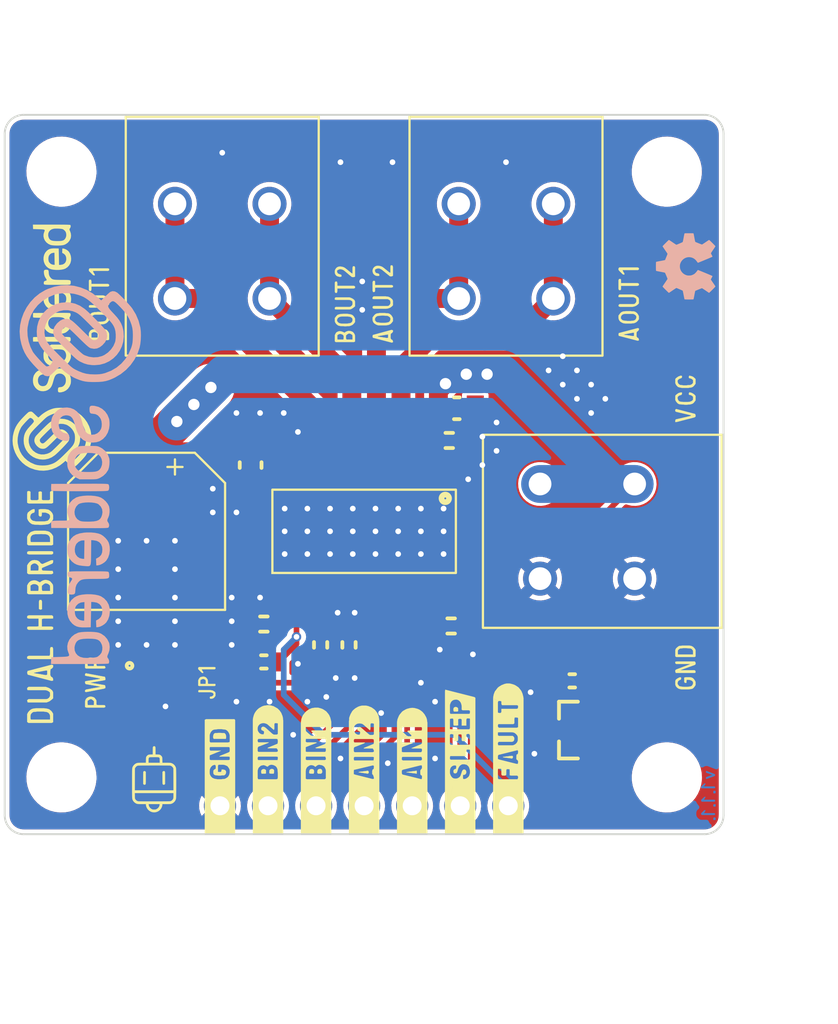
<source format=kicad_pcb>
(kicad_pcb (version 20210623) (generator pcbnew)
  (layers (0 "F.Cu" signal) (31 "B.Cu" signal) (34 "B.Paste" user) (35 "F.Paste" user) (36 "B.SilkS" user "B.Silkscreen") (37 "F.SilkS" user "F.Silkscreen") (38 "B.Mask" user) (39 "F.Mask" user) (44 "Edge.Cuts" user))
  (net 0 "")
  (net 1 "VIN")
  (net 2 "GND")
  (net 3 "5V")
  (net 4 "Net-(C6-Pad2)")
  (net 5 "Net-(C6-Pad1)")
  (net 6 "Net-(D1-Pad1)")
  (net 7 "Net-(C4-Pad2)")
  (net 8 "AOUT1")
  (net 9 "AOUT2")
  (net 10 "BOUT2")
  (net 11 "BOUT1")
  (net 12 "~{SLEEP}")
  (net 13 "AIN1")
  (net 14 "AIN2")
  (net 15 "BIN1")
  (net 16 "BIN2")
  (net 17 "~{FAULT}")
  (net 18 "Net-(R3-Pad1)")
  (net 19 "Net-(JP1-Pad2)")
  (footprint "buzzardLabel" (layer "F.Cu") (at 124.08 130.4 90)
    (fp_text reference "" (at 0 0 90) (layer "F.SilkS") (effects (font (size 1.27 1.27))))
    (fp_text value "" (at 0 0 90) (layer "F.SilkS") (effects (font (size 1.27 1.27))))
  )
  (footprint "buzzardLabel" (layer "F.Cu") (at 119 130.4 90)
    (fp_text reference "" (at 0 0 90) (layer "F.SilkS") (effects (font (size 1.27 1.27))))
    (fp_text value "" (at 0 0 90) (layer "F.SilkS") (effects (font (size 1.27 1.27))))
  )
  (footprint "buzzardLabel" (layer "F.Cu") (at 118 102 90)
    (fp_text reference "" (at 0 0 90) (layer "F.SilkS") (effects (font (size 1.27 1.27))))
    (fp_text value "" (at 0 0 90) (layer "F.SilkS") (effects (font (size 1.27 1.27))))
  )
  (footprint "e-radionica.com footprinti:HOLE_3.2mm" (layer "F.Cu") (at 103 127)
    (fp_text reference "H2" hide)
    (fp_text value "HOLE_3.2mm" hide)
    (pad "" np_thru_hole circle locked (at 0 0) (size 3.2 3.2) (drill 3.2) (layers F&B.Cu *.Mask))
  )
  (footprint "e-radionica.com footprinti:0402LED" (layer "F.Cu") (at 106 122 90)
    (fp_text reference "D1")
    (fp_text value "purple")
    (pad "1" smd rect locked (at -0.55 0 180) (size 0.75 0.45) (layers "F.Cu" "F.Paste" "F.Mask") (net 6 "Net-(D1-Pad1)"))
    (pad "2" smd rect locked (at 0.55 0 180) (size 0.75 0.45) (layers "F.Cu" "F.Paste" "F.Mask") (net 2 "GND"))
  )
  (footprint "e-radionica.com footprinti:0402R" (layer "F.Cu") (at 107.5 122 -90)
    (fp_text reference "R1")
    (fp_text value "2k2")
    (pad "1" smd rect locked (at -0.5 0) (size 0.64 0.54) (layers "F.Cu" "F.Paste" "F.Mask") (net 19 "Net-(JP1-Pad2)"))
    (pad "2" smd rect locked (at 0.5 0) (size 0.64 0.54) (layers "F.Cu" "F.Paste" "F.Mask") (net 6 "Net-(D1-Pad1)"))
  )
  (footprint "e-radionica.com footprinti:FIDUCIAL_23" (layer "F.Cu") (at 135.8 114)
    (fp_text reference "FD1")
    (fp_text value "FIDUCIAL")
    (fp_circle (center 0 0) (end 1 0) (layer "F.Cu") (width 0.2) (fill none))
    (pad "1" smd circle locked (at 0 0) (size 1 1) (layers "F.Cu" "F.Paste" "F.Mask") (clearance 1.1))
  )
  (footprint "e-radionica.com footprinti:HTSSOP-28" (layer "F.Cu") (at 119 114 -90)
    (fp_text reference "U1")
    (fp_text value "DRV8424PPWPR")
    (pad "1" smd rect (at -2.9 -4.225 270) (size 1.5 0.45) (layers "F.Cu" "F.Paste" "F.Mask") (net 7 "Net-(C4-Pad2)"))
    (pad "2" smd rect (at -2.9 -3.575 270) (size 1.5 0.45) (layers "F.Cu" "F.Paste" "F.Mask") (net 1 "VIN"))
    (pad "3" smd rect (at -2.9 -2.925 270) (size 1.5 0.45) (layers "F.Cu" "F.Paste" "F.Mask") (net 2 "GND"))
    (pad "4" smd rect (at -2.9 -2.275 270) (size 1.5 0.45) (layers "F.Cu" "F.Paste" "F.Mask") (net 8 "AOUT1"))
    (pad "5" smd rect (at -2.9 -1.625 270) (size 1.5 0.45) (layers "F.Cu" "F.Paste" "F.Mask") (net 8 "AOUT1"))
    (pad "6" smd rect (at -2.9 -0.975 270) (size 1.5 0.45) (layers "F.Cu" "F.Paste" "F.Mask") (net 9 "AOUT2"))
    (pad "7" smd rect (at -2.9 -0.325 270) (size 1.5 0.45) (layers "F.Cu" "F.Paste" "F.Mask") (net 9 "AOUT2"))
    (pad "8" smd rect (at -2.9 0.325 270) (size 1.5 0.45) (layers "F.Cu" "F.Paste" "F.Mask") (net 10 "BOUT2"))
    (pad "9" smd rect (at -2.9 0.975 270) (size 1.5 0.45) (layers "F.Cu" "F.Paste" "F.Mask") (net 10 "BOUT2"))
    (pad "10" smd rect (at -2.9 1.625 270) (size 1.5 0.45) (layers "F.Cu" "F.Paste" "F.Mask") (net 11 "BOUT1"))
    (pad "11" smd rect (at -2.9 2.275 270) (size 1.5 0.45) (layers "F.Cu" "F.Paste" "F.Mask") (net 11 "BOUT1"))
    (pad "12" smd rect (at -2.9 2.925 270) (size 1.5 0.45) (layers "F.Cu" "F.Paste" "F.Mask") (net 2 "GND"))
    (pad "13" smd rect (at -2.9 3.575 270) (size 1.5 0.45) (layers "F.Cu" "F.Paste" "F.Mask") (net 1 "VIN"))
    (pad "14" smd rect (at -2.9 4.225 270) (size 1.5 0.45) (layers "F.Cu" "F.Paste" "F.Mask") (net 2 "GND"))
    (pad "15" smd rect (at 2.9 4.225 270) (size 1.5 0.45) (layers "F.Cu" "F.Paste" "F.Mask") (net 3 "5V"))
    (pad "16" smd rect (at 2.9 3.575 270) (size 1.5 0.45) (layers "F.Cu" "F.Paste" "F.Mask") (net 17 "~{FAULT}"))
    (pad "17" smd rect (at 2.9 2.925 270) (size 1.5 0.45) (layers "F.Cu" "F.Paste" "F.Mask") (net 18 "Net-(R3-Pad1)"))
    (pad "18" smd rect (at 2.9 2.275 270) (size 1.5 0.45) (layers "F.Cu" "F.Paste" "F.Mask") (net 18 "Net-(R3-Pad1)"))
    (pad "19" smd rect (at 2.9 1.625 270) (size 1.5 0.45) (layers "F.Cu" "F.Paste" "F.Mask") (net 2 "GND"))
    (pad "20" smd rect (at 2.9 0.975 270) (size 1.5 0.45) (layers "F.Cu" "F.Paste" "F.Mask") (net 2 "GND"))
    (pad "21" smd rect (at 2.9 0.325 270) (size 1.5 0.45) (layers "F.Cu" "F.Paste" "F.Mask") (net 2 "GND"))
    (pad "22" smd rect (at 2.9 -0.325 270) (size 1.5 0.45) (layers "F.Cu" "F.Paste" "F.Mask") (net 16 "BIN2"))
    (pad "23" smd rect (at 2.9 -0.975 270) (size 1.5 0.45) (layers "F.Cu" "F.Paste" "F.Mask") (net 15 "BIN1"))
    (pad "24" smd rect (at 2.9 -1.625 270) (size 1.5 0.45) (layers "F.Cu" "F.Paste" "F.Mask") (net 14 "AIN2"))
    (pad "25" smd rect (at 2.9 -2.275 270) (size 1.5 0.45) (layers "F.Cu" "F.Paste" "F.Mask") (net 13 "AIN1"))
    (pad "26" smd rect (at 2.9 -2.925 270) (size 1.5 0.45) (layers "F.Cu" "F.Paste" "F.Mask") (net 12 "~{SLEEP}"))
    (pad "27" smd rect (at 2.9 -3.575 270) (size 1.5 0.45) (layers "F.Cu" "F.Paste" "F.Mask") (net 5 "Net-(C6-Pad1)"))
    (pad "28" smd rect (at 2.9 -4.225 270) (size 1.5 0.45) (layers "F.Cu" "F.Paste" "F.Mask") (net 4 "Net-(C6-Pad2)"))
    (pad "29" thru_hole circle (at -1.2 0.6 270) (size 0.5 0.5) (drill 0.3) (layers *.Cu) (net 2 "GND"))
    (pad "29" thru_hole circle (at 1.2 -3 270) (size 0.5 0.5) (drill 0.3) (layers *.Cu) (net 2 "GND"))
    (pad "29" thru_hole circle (at 1.2 0.6 270) (size 0.5 0.5) (drill 0.3) (layers *.Cu) (net 2 "GND"))
    (pad "29" thru_hole circle (at 0 -3 270) (size 0.5 0.5) (drill 0.3) (layers *.Cu) (net 2 "GND"))
    (pad "29" thru_hole circle (at -1.2 1.8 270) (size 0.5 0.5) (drill 0.3) (layers *.Cu) (net 2 "GND"))
    (pad "29" thru_hole circle (at -1.2 3 270) (size 0.5 0.5) (drill 0.3) (layers *.Cu) (net 2 "GND"))
    (pad "29" thru_hole circle (at 0 -0.6 270) (size 0.5 0.5) (drill 0.3) (layers *.Cu) (net 2 "GND"))
    (pad "29" thru_hole circle (at 1.2 4.2 270) (size 0.5 0.5) (drill 0.3) (layers *.Cu) (net 2 "GND"))
    (pad "29" thru_hole circle (at 1.2 -4.2 270) (size 0.5 0.5) (drill 0.3) (layers *.Cu) (net 2 "GND"))
    (pad "29" thru_hole circle (at -1.2 4.2 270) (size 0.5 0.5) (drill 0.3) (layers *.Cu) (net 2 "GND"))
    (pad "29" thru_hole circle (at -1.2 -1.8 270) (size 0.5 0.5) (drill 0.3) (layers *.Cu) (net 2 "GND"))
    (pad "29" thru_hole circle (at 0 4.2 270) (size 0.5 0.5) (drill 0.3) (layers *.Cu) (net 2 "GND"))
    (pad "29" thru_hole circle (at 0 3 270) (size 0.5 0.5) (drill 0.3) (layers *.Cu) (net 2 "GND"))
    (pad "29" smd rect (at 0 0 270) (size 3.1 4.05) (layers "F.Cu" "F.Paste" "F.Mask") (net 2 "GND"))
    (pad "29" thru_hole circle (at 1.2 1.8 270) (size 0.5 0.5) (drill 0.3) (layers *.Cu) (net 2 "GND"))
    (pad "29" thru_hole circle (at 0 0.6 270) (size 0.5 0.5) (drill 0.3) (layers *.Cu) (net 2 "GND"))
    (pad "29" thru_hole circle (at 0 -1.8 270) (size 0.5 0.5) (drill 0.3) (layers *.Cu) (net 2 "GND"))
    (pad "29" thru_hole circle (at 0 1.8 270) (size 0.5 0.5) (drill 0.3) (layers *.Cu) (net 2 "GND"))
    (pad "29" thru_hole circle (at -1.2 -0.6 270) (size 0.5 0.5) (drill 0.3) (layers *.Cu) (net 2 "GND"))
    (pad "29" thru_hole circle (at -1.2 -3 270) (size 0.5 0.5) (drill 0.3) (layers *.Cu) (net 2 "GND"))
    (pad "29" thru_hole circle (at 0 -4.2 270) (size 0.5 0.5) (drill 0.3) (layers *.Cu) (net 2 "GND"))
    (pad "29" thru_hole circle (at 1.2 3 270) (size 0.5 0.5) (drill 0.3) (layers *.Cu) (net 2 "GND"))
    (pad "29" thru_hole circle (at 1.2 -0.6 270) (size 0.5 0.5) (drill 0.3) (layers *.Cu) (net 2 "GND"))
    (pad "29" thru_hole circle (at -1.2 -4.2 270) (size 0.5 0.5) (drill 0.3) (layers *.Cu) (net 2 "GND"))
    (pad "29" thru_hole circle (at 1.2 -1.8 270) (size 0.5 0.5) (drill 0.3) (layers *.Cu) (net 2 "GND"))
  )
  (footprint "e-radionica.com footprinti:HOLE_3.2mm" (layer "F.Cu") (at 135 127)
    (fp_text reference "H3" hide)
    (fp_text value "HOLE_3.2mm" hide)
    (pad "" np_thru_hole circle locked (at 0 0) (size 3.2 3.2) (drill 3.2) (layers F&B.Cu *.Mask))
  )
  (footprint "e-radionica.com footprinti:0603C" (layer "F.Cu") (at 123.6 119)
    (fp_text reference "C6")
    (fp_text value "C1608X7R2A223K080AA")
    (pad "1" smd rect locked (at -0.73 0) (size 0.66 1) (layers "F.Cu" "F.Paste" "F.Mask") (net 5 "Net-(C6-Pad1)"))
    (pad "2" smd rect locked (at 0.73 0) (size 0.66 1) (layers "F.Cu" "F.Paste" "F.Mask") (net 4 "Net-(C6-Pad2)"))
  )
  (footprint "Soldered Graphics:Logo-Back-OSH-3.5mm" (layer "F.Cu") (at 136 100 90)
    (fp_text reference "G***" hide)
    (fp_text value "LOGO" hide)
  )
  (footprint "e-radionica.com footprinti:0603R" (layer "F.Cu") (at 118.2 120 90)
    (fp_text reference "R4")
    (fp_text value "10k")
    (pad "1" smd rect locked (at -0.775 0 180) (size 1 0.64) (layers "F.Cu" "F.Paste" "F.Mask") (net 2 "GND"))
    (pad "2" smd rect locked (at 0.775 0 180) (size 1 0.64) (layers "F.Cu" "F.Paste" "F.Mask") (net 18 "Net-(R3-Pad1)"))
  )
  (footprint "buzzardLabel" (layer "F.Cu") (at 104.8 122 90)
    (fp_text reference "" (at 0 0 90) (layer "F.SilkS") (effects (font (size 1.27 1.27))))
    (fp_text value "" (at 0 0 90) (layer "F.SilkS") (effects (font (size 1.27 1.27))))
  )
  (footprint "Soldered Graphics:Symbol-Front-Motor" (layer "F.Cu") (at 107.9 127.1 180)
    (fp_text reference "G***" hide)
    (fp_text value "LOGO" hide)
  )
  (footprint "buzzardLabel" (layer "F.Cu") (at 121.54 130.4 90)
    (fp_text reference "" (at 0 0 90) (layer "F.SilkS") (effects (font (size 1.27 1.27))))
    (fp_text value "" (at 0 0 90) (layer "F.SilkS") (effects (font (size 1.27 1.27))))
  )
  (footprint "buzzardLabel" (layer "F.Cu") (at 101.9 118 90)
    (fp_text reference "" (at 0 0 90) (layer "F.SilkS") (effects (font (size 1.27 1.27))))
    (fp_text value "" (at 0 0 90) (layer "F.SilkS") (effects (font (size 1.27 1.27))))
  )
  (footprint "e-radionica.com footprinti:0603R" (layer "F.Cu") (at 116.7 120 -90)
    (fp_text reference "R3")
    (fp_text value "5k1")
    (pad "1" smd rect locked (at -0.775 0) (size 1 0.64) (layers "F.Cu" "F.Paste" "F.Mask") (net 18 "Net-(R3-Pad1)"))
    (pad "2" smd rect locked (at 0.775 0) (size 1 0.64) (layers "F.Cu" "F.Paste" "F.Mask") (net 3 "5V"))
  )
  (footprint "buzzardLabel" (layer "F.Cu") (at 136 107 90)
    (fp_text reference "" (at 0 0 90) (layer "F.SilkS") (effects (font (size 1.27 1.27))))
    (fp_text value "" (at 0 0 90) (layer "F.SilkS") (effects (font (size 1.27 1.27))))
  )
  (footprint "buzzardLabel" (layer "F.Cu") (at 110.7 122 90)
    (fp_text reference "" (at 0 0 90) (layer "F.SilkS") (effects (font (size 1.27 1.27))))
    (fp_text value "" (at 0 0 90) (layer "F.SilkS") (effects (font (size 1.27 1.27))))
  )
  (footprint "e-radionica.com footprinti:HOLE_3.2mm" (layer "F.Cu") (at 103 95)
    (fp_text reference "H1" hide)
    (fp_text value "HOLE_3.2mm" hide)
    (pad "" np_thru_hole circle locked (at 0 0) (size 3.2 3.2) (drill 3.2) (layers F&B.Cu *.Mask))
  )
  (footprint "e-radionica.com footprinti:SMD-JUMPER-CONNECTED_TRACE_SLODERMASK" (layer "F.Cu") (at 109.5 122 90)
    (fp_text reference "JP1")
    (fp_text value "SMD-JUMPER-CONNECTED_TRACE_SLODERMASK")
    (fp_poly (pts (xy 0.1 0.1) (xy -0.1 0.1) (xy -0.1 -0.1) (xy 0.1 -0.1)) (layer "F.Cu") (width 0.1) (fill solid))
    (pad "1" smd rect locked (at -0.35 0 90) (size 0.5 1) (layers "F.Cu" "F.Mask") (net 1 "VIN"))
    (pad "2" smd rect locked (at 0.35 0 90) (size 0.5 1) (layers "F.Cu" "F.Mask") (net 19 "Net-(JP1-Pad2)"))
  )
  (footprint "buzzardLabel" (layer "F.Cu") (at 133 102 90)
    (fp_text reference "" (at 0 0 90) (layer "F.SilkS") (effects (font (size 1.27 1.27))))
    (fp_text value "" (at 0 0 90) (layer "F.SilkS") (effects (font (size 1.27 1.27))))
  )
  (footprint "Soldered Graphics:Logo-Front-SolderedFULL-13mm" (layer "F.Cu") (at 102.5 104.3 90)
    (fp_text reference "REF**" hide)
    (fp_text value "Logo-Front-SolderedFULL-13mm" hide)
  )
  (footprint "e-radionica.com footprinti:ELECTROLITIC_CAP_8x8x14.5" (layer "F.Cu") (at 107.5 114 -90)
    (fp_text reference "C2")
    (fp_text value "VKMD1451K101MV")
    (pad "1" smd rect (at -3.3 0) (size 1.2 3.4) (layers "F.Cu" "F.Paste" "F.Mask") (net 1 "VIN"))
    (pad "2" smd rect (at 3.3 0) (size 1.2 3.4) (layers "F.Cu" "F.Paste" "F.Mask") (net 2 "GND"))
  )
  (footprint "buzzardLabel" (layer "F.Cu") (at 136 121.2 90)
    (fp_text reference "" (at 0 0 90) (layer "F.SilkS") (effects (font (size 1.27 1.27))))
    (fp_text value "" (at 0 0 90) (layer "F.SilkS") (effects (font (size 1.27 1.27))))
  )
  (footprint "buzzardLabel" (layer "F.Cu") (at 113.92 130.4 90)
    (fp_text reference "" (at 0 0 90) (layer "F.SilkS") (effects (font (size 1.27 1.27))))
    (fp_text value "" (at 0 0 90) (layer "F.SilkS") (effects (font (size 1.27 1.27))))
  )
  (footprint "e-radionica.com footprinti:0805C" (layer "F.Cu") (at 123.9 107.5 180)
    (fp_text reference "C3")
    (fp_text value "08051C103KAT2A")
    (pad "1" smd rect locked (at -0.975 0 270) (size 1.35 0.9) (layers "F.Cu" "F.Paste" "F.Mask") (net 2 "GND"))
    (pad "2" smd rect locked (at 0.975 0 270) (size 1.35 0.9) (layers "F.Cu" "F.Paste" "F.Mask") (net 1 "VIN"))
  )
  (footprint "e-radionica.com footprinti:HEADER_MALE_7X1" (layer "F.Cu") (at 119 128.5)
    (fp_text reference "K4")
    (fp_text value "HEADER_MALE_7X1")
    (pad "1" thru_hole circle locked (at -7.62 0) (size 1.7 1.7) (drill 1) (layers *.Cu *.Mask) (net 2 "GND"))
    (pad "2" thru_hole circle locked (at -5.08 0) (size 1.7 1.7) (drill 1) (layers *.Cu *.Mask) (net 16 "BIN2"))
    (pad "3" thru_hole circle locked (at -2.54 0) (size 1.7 1.7) (drill 1) (layers *.Cu *.Mask) (net 15 "BIN1"))
    (pad "4" thru_hole circle locked (at 0 0) (size 1.7 1.7) (drill 1) (layers *.Cu *.Mask) (net 14 "AIN2"))
    (pad "5" thru_hole circle locked (at 2.54 0) (size 1.7 1.7) (drill 1) (layers *.Cu *.Mask) (net 13 "AIN1"))
    (pad "6" thru_hole circle locked (at 5.08 0) (size 1.7 1.7) (drill 1) (layers *.Cu *.Mask) (net 12 "~{SLEEP}"))
    (pad "7" thru_hole circle locked (at 7.62 0) (size 1.7 1.7) (drill 1) (layers *.Cu *.Mask) (net 17 "~{FAULT}"))
  )
  (footprint "buzzardLabel" (layer "F.Cu") (at 111.38 130.4 90)
    (fp_text reference "" (at 0 0 90) (layer "F.SilkS") (effects (font (size 1.27 1.27))))
    (fp_text value "" (at 0 0 90) (layer "F.SilkS") (effects (font (size 1.27 1.27))))
  )
  (footprint "e-radionica.com footprinti:0603R" (layer "F.Cu") (at 130 121.9)
    (fp_text reference "R5")
    (fp_text value "47k")
    (pad "1" smd rect locked (at -0.775 0 90) (size 1 0.64) (layers "F.Cu" "F.Paste" "F.Mask") (net 12 "~{SLEEP}"))
    (pad "2" smd rect locked (at 0.775 0 90) (size 1 0.64) (layers "F.Cu" "F.Paste" "F.Mask") (net 1 "VIN"))
  )
  (footprint "e-radionica.com footprinti:0603C" (layer "F.Cu") (at 113.7 118.9)
    (fp_text reference "C5")
    (fp_text value "100nF")
    (pad "1" smd rect locked (at -0.73 0) (size 0.66 1) (layers "F.Cu" "F.Paste" "F.Mask") (net 2 "GND"))
    (pad "2" smd rect locked (at 0.73 0) (size 0.66 1) (layers "F.Cu" "F.Paste" "F.Mask") (net 3 "5V"))
  )
  (footprint "buzzardLabel" (layer "F.Cu") (at 126.62 130.4 90)
    (fp_text reference "" (at 0 0 90) (layer "F.SilkS") (effects (font (size 1.27 1.27))))
    (fp_text value "" (at 0 0 90) (layer "F.SilkS") (effects (font (size 1.27 1.27))))
  )
  (footprint "e-radionica.com footprinti:HOLE_3.2mm" (layer "F.Cu") (at 135 95)
    (fp_text reference "H4" hide)
    (fp_text value "HOLE_3.2mm" hide)
    (pad "" np_thru_hole circle locked (at 0 0) (size 3.2 3.2) (drill 3.2) (layers F&B.Cu *.Mask))
  )
  (footprint "e-radionica.com footprinti:SOT-23-3" (layer "F.Cu") (at 130 124.5 180)
    (fp_text reference "D2")
    (fp_text value "MMBZ5226BLT1G")
    (pad "1" smd rect locked (at -1.2 -0.95 270) (size 0.6 1) (layers "F.Cu" "F.Paste" "F.Mask") (net 2 "GND"))
    (pad "2" smd rect locked (at -1.2 0.95 270) (size 0.6 1) (layers "F.Cu" "F.Paste" "F.Mask"))
    (pad "3" smd rect locked (at 1.2 0 270) (size 0.6 1) (layers "F.Cu" "F.Paste" "F.Mask") (net 12 "~{SLEEP}"))
  )
  (footprint "Soldered Graphics:Logo-Back-SolderedFULL-20mm" (layer "F.Cu") (at 104 111 90)
    (fp_text reference "REF**" hide)
    (fp_text value "Logo-Front-SolderedFULL-20mm" hide)
  )
  (footprint "e-radionica.com footprinti:0603R" (layer "F.Cu") (at 113.7 120.9 180)
    (fp_text reference "R2")
    (fp_text value "10k")
    (pad "1" smd rect locked (at -0.775 0 270) (size 1 0.64) (layers "F.Cu" "F.Paste" "F.Mask") (net 17 "~{FAULT}"))
    (pad "2" smd rect locked (at 0.775 0 270) (size 1 0.64) (layers "F.Cu" "F.Paste" "F.Mask") (net 3 "5V"))
  )
  (footprint "buzzardLabel" (layer "F.Cu") (at 120 102 90)
    (fp_text reference "" (at 0 0 90) (layer "F.SilkS") (effects (font (size 1.27 1.27))))
    (fp_text value "" (at 0 0 90) (layer "F.SilkS") (effects (font (size 1.27 1.27))))
  )
  (footprint "e-radionica.com footprinti:TERMINAL_KF235-5.0-2P" (layer "F.Cu") (at 126.5 99.2 180)
    (fp_text reference "K2")
    (fp_text value "TERMINAL_KF235-5.0-2P")
    (pad "1" thru_hole circle locked (at 2.5 2.5 180) (size 1.8 1.8) (drill 1.2) (layers *.Cu *.Mask) (net 9 "AOUT2"))
    (pad "1" thru_hole circle locked (at 2.5 -2.5 180) (size 1.8 1.8) (drill 1.2) (layers *.Cu *.Mask) (net 9 "AOUT2"))
    (pad "2" thru_hole circle locked (at -2.5 -2.5 180) (size 1.8 1.8) (drill 1.2) (layers *.Cu *.Mask) (net 8 "AOUT1"))
    (pad "2" thru_hole circle locked (at -2.5 2.5 180) (size 1.8 1.8) (drill 1.2) (layers *.Cu *.Mask) (net 8 "AOUT1"))
  )
  (footprint "e-radionica.com footprinti:TERMINAL_KF235-5.0-2P" (layer "F.Cu") (at 111.5 99.2 180)
    (fp_text reference "K3")
    (fp_text value "TERMINAL_KF235-5.0-2P")
    (pad "1" thru_hole circle (at 2.5 -2.5 180) (size 1.8 1.8) (drill 1.2) (layers *.Cu *.Mask) (net 11 "BOUT1"))
    (pad "1" thru_hole circle (at 2.5 2.5 180) (size 1.8 1.8) (drill 1.2) (layers *.Cu *.Mask) (net 11 "BOUT1"))
    (pad "2" thru_hole circle (at -2.5 2.5 180) (size 1.8 1.8) (drill 1.2) (layers *.Cu *.Mask) (net 10 "BOUT2"))
    (pad "2" thru_hole circle (at -2.5 -2.5 180) (size 1.8 1.8) (drill 1.2) (layers *.Cu *.Mask) (net 10 "BOUT2"))
  )
  (footprint "e-radionica.com footprinti:0805C" (layer "F.Cu") (at 113 110.5 90)
    (fp_text reference "C1")
    (fp_text value "08051C103KAT2A")
    (pad "1" smd rect locked (at -0.975 0 180) (size 1.35 0.9) (layers "F.Cu" "F.Paste" "F.Mask") (net 2 "GND"))
    (pad "2" smd rect locked (at 0.975 0 180) (size 1.35 0.9) (layers "F.Cu" "F.Paste" "F.Mask") (net 1 "VIN"))
  )
  (footprint "e-radionica.com footprinti:TERMINAL_KF235-5.0-2P" (layer "F.Cu") (at 130.8 114 90)
    (fp_text reference "K1")
    (fp_text value "TERMINAL_KF235-5.0-2P")
    (pad "1" thru_hole circle locked (at 2.5 2.5 90) (size 1.8 1.8) (drill 1.2) (layers *.Cu *.Mask) (net 1 "VIN"))
    (pad "1" thru_hole circle locked (at 2.5 -2.5 90) (size 1.8 1.8) (drill 1.2) (layers *.Cu *.Mask) (net 1 "VIN"))
    (pad "2" thru_hole circle locked (at -2.5 -2.5 90) (size 1.8 1.8) (drill 1.2) (layers *.Cu *.Mask) (net 2 "GND"))
    (pad "2" thru_hole circle locked (at -2.5 2.5 90) (size 1.8 1.8) (drill 1.2) (layers *.Cu *.Mask) (net 2 "GND"))
  )
  (footprint "buzzardLabel" (layer "F.Cu") (at 105 102 90)
    (fp_text reference "" (at 0 0 90) (layer "F.SilkS") (effects (font (size 1.27 1.27))))
    (fp_text value "" (at 0 0 90) (layer "F.SilkS") (effects (font (size 1.27 1.27))))
  )
  (footprint "e-radionica.com footprinti:0603C" (layer "F.Cu") (at 123.5 109.2)
    (fp_text reference "C4")
    (fp_text value "AC0603KRX7R9BB224")
    (pad "1" smd rect locked (at -0.73 0) (size 0.66 1) (layers "F.Cu" "F.Paste" "F.Mask") (net 1 "VIN"))
    (pad "2" smd rect locked (at 0.73 0) (size 0.66 1) (layers "F.Cu" "F.Paste" "F.Mask") (net 7 "Net-(C4-Pad2)"))
  )
  (footprint "buzzardLabel" (layer "F.Cu") (at 116.46 130.4 90)
    (fp_text reference "" (at 0 0 90) (layer "F.SilkS") (effects (font (size 1.27 1.27))))
    (fp_text value "" (at 0 0 90) (layer "F.SilkS") (effects (font (size 1.27 1.27))))
  )
  (footprint "Soldered Graphics:Version1.1.1." (layer "B.Cu") (at 137.2 128 -90)
    (fp_text reference "REF**" hide)
    (fp_text value "Version1.1.1." hide)
    (fp_poly (pts (xy 0.91 -0.35) (xy 0.96 -0.35) (xy 0.98 -0.31) (xy 0.98 0.35) (xy 0.95 0.38) (xy 0.89 0.38) (xy 0.86 0.34) (xy 0.74 0.22) (xy 0.73 0.17) (xy 0.76 0.16) (xy 0.85 0.22) (xy 0.89 0.23) (xy 0.89 -0.31) (xy 0.91 -0.35)) (layer "B.Cu") (width 0.01) (fill solid))
    (fp_poly (pts (xy -1.15 -0.35) (xy -1.1 -0.35) (xy -1.07 -0.31) (xy -0.92 0.1) (xy -0.94 0.13) (xy -0.99 0.13) (xy -1.02 0.1) (xy -1.11 -0.16) (xy -1.13 -0.21) (xy -1.15 -0.17) (xy -1.24 0.09) (xy -1.26 0.13) (xy -1.32 0.13) (xy -1.34 0.1) (xy -1.18 -0.31) (xy -1.15 -0.35)) (layer "B.Cu") (width 0.01) (fill solid))
    (fp_poly (pts (xy 0.21 -0.35) (xy 0.26 -0.35) (xy 0.28 -0.31) (xy 0.28 0.35) (xy 0.24 0.38) (xy 0.19 0.38) (xy 0.15 0.34) (xy 0.04 0.22) (xy 0.02 0.17) (xy 0.05 0.16) (xy 0.14 0.22) (xy 0.18 0.23) (xy 0.18 -0.31) (xy 0.21 -0.35)) (layer "B.Cu") (width 0.01) (fill solid))
    (fp_poly (pts (xy -0.27 -0.38) (xy -0.22 -0.38) (xy -0.17 -0.37) (xy -0.16 -0.33) (xy -0.16 -0.27) (xy -0.21 -0.26) (xy -0.26 -0.26) (xy -0.29 -0.29) (xy -0.29 -0.34) (xy -0.27 -0.38)) (layer "B.Cu") (width 0.01) (fill solid))
    (fp_poly (pts (xy 0.43 -0.38) (xy 0.48 -0.38) (xy 0.54 -0.37) (xy 0.54 -0.33) (xy 0.54 -0.27) (xy 0.5 -0.26) (xy 0.45 -0.26) (xy 0.42 -0.29) (xy 0.42 -0.34) (xy 0.43 -0.38)) (layer "B.Cu") (width 0.01) (fill solid))
    (fp_poly (pts (xy -0.5 -0.35) (xy -0.44 -0.35) (xy -0.43 -0.31) (xy -0.43 0.35) (xy -0.46 0.38) (xy -0.52 0.38) (xy -0.55 0.34) (xy -0.67 0.22) (xy -0.68 0.17) (xy -0.65 0.16) (xy -0.56 0.22) (xy -0.52 0.23) (xy -0.52 -0.31) (xy -0.5 -0.35)) (layer "B.Cu") (width 0.01) (fill solid))
    (fp_poly (pts (xy 1.14 -0.38) (xy 1.19 -0.38) (xy 1.24 -0.37) (xy 1.25 -0.33) (xy 1.25 -0.27) (xy 1.2 -0.26) (xy 1.15 -0.26) (xy 1.12 -0.29) (xy 1.12 -0.34) (xy 1.14 -0.38)) (layer "B.Cu") (width 0.01) (fill solid))
  )
  (gr_line (start 138 93) (end 138 129) (layer "Edge.Cuts") (width 0.1))
  (gr_arc (start 137 129) (end 137 130) (angle -90) (layer "Edge.Cuts") (width 0.1))
  (gr_arc (start 137 93) (end 137 92) (angle 90) (layer "Edge.Cuts") (width 0.1))
  (gr_line (start 137 130) (end 101 130) (layer "Edge.Cuts") (width 0.1))
  (gr_line (start 101 92) (end 137 92) (layer "Edge.Cuts") (width 0.1))
  (gr_arc (start 101 129) (end 101 130) (angle 90) (layer "Edge.Cuts") (width 0.1))
  (gr_arc (start 101 93) (end 101 92) (angle -90) (layer "Edge.Cuts") (width 0.1))
  (gr_line (start 100 129) (end 100 93) (layer "Edge.Cuts") (width 0.1))
  (segment (start 109.5 123.3) (end 108.8 124) (width 0.3) (layer "F.Cu") (net 1))
  (segment (start 113.025 109.5) (end 113 109.525) (width 0.45) (layer "F.Cu") (net 1))
  (segment (start 105.5 124) (end 104.4 122.9) (width 0.3) (layer "F.Cu") (net 1))
  (segment (start 122.575 111.1) (end 122.575 109.295) (width 0.45) (layer "F.Cu") (net 1))
  (segment (start 110.9 106.4) (end 107.5 109.8) (width 2) (layer "F.Cu") (net 1))
  (segment (start 114.8 109.5) (end 113.025 109.5) (width 0.45) (layer "F.Cu") (net 1))
  (segment (start 130.775 121.9) (end 130.775 114.025) (width 0.3) (layer "F.Cu") (net 1))
  (segment (start 104.4 113.8) (end 107.5 110.7) (width 0.3) (layer "F.Cu") (net 1))
  (segment (start 115.425 111.1) (end 115.425 110.125) (width 0.45) (layer "F.Cu") (net 1))
  (segment (start 113 109.525) (end 108.675 109.525) (width 0.45) (layer "F.Cu") (net 1))
  (segment (start 107.5 109.8) (end 107.5 110.7) (width 2) (layer "F.Cu") (net 1))
  (segment (start 122.77 109.2) (end 122.77 108.33) (width 0.8) (layer "F.Cu") (net 1))
  (segment (start 109.5 122.35) (end 109.5 123.3) (width 0.3) (layer "F.Cu") (net 1))
  (segment (start 122.575 109.295) (end 122.67 109.2) (width 0.45) (layer "F.Cu") (net 1))
  (segment (start 115.425 110.125) (end 114.8 109.5) (width 0.45) (layer "F.Cu") (net 1))
  (segment (start 104.4 122.9) (end 104.4 113.8) (width 0.3) (layer "F.Cu") (net 1))
  (segment (start 122.77 108.33) (end 122.925 108.175) (width 0.8) (layer "F.Cu") (net 1))
  (segment (start 123.8 105.7) (end 122.925 106.575) (width 1) (layer "F.Cu") (net 1))
  (segment (start 108.675 109.525) (end 107.5 110.7) (width 0.45) (layer "F.Cu") (net 1))
  (segment (start 125.5 105.7) (end 123.8 105.7) (width 1) (layer "F.Cu") (net 1))
  (segment (start 122.925 106.575) (end 122.925 107.5) (width 1) (layer "F.Cu") (net 1))
  (segment (start 122.925 108.175) (end 122.925 107.5) (width 0.8) (layer "F.Cu") (net 1))
  (segment (start 130.775 114.025) (end 133.3 111.5) (width 0.3) (layer "F.Cu") (net 1))
  (segment (start 108.8 124) (end 105.5 124) (width 0.3) (layer "F.Cu") (net 1))
  (via (at 123.3 106.2) (size 0.8) (drill 0.6) (layers "F.Cu" "B.Cu") (net 1))
  (via (at 110 107.3) (size 0.8) (drill 0.6) (layers "F.Cu" "B.Cu") (net 1))
  (via (at 109.1 108.2) (size 0.8) (drill 0.6) (layers "F.Cu" "B.Cu") (net 1))
  (via (at 124.4 105.7) (size 0.8) (drill 0.6) (layers "F.Cu" "B.Cu") (net 1))
  (via (at 110.9 106.4) (size 0.8) (drill 0.6) (layers "F.Cu" "B.Cu") (net 1))
  (via (at 125.5 105.7) (size 0.8) (drill 0.6) (layers "F.Cu" "B.Cu") (net 1))
  (segment (start 125.2 105.7) (end 111.6 105.7) (width 2) (layer "B.Cu") (net 1))
  (segment (start 126.3 105.7) (end 125.5 105.7) (width 2) (layer "B.Cu") (net 1))
  (segment (start 111.6 105.7) (end 110.9 106.4) (width 2) (layer "B.Cu") (net 1))
  (segment (start 110 107.3) (end 109.1 108.2) (width 2) (layer "B.Cu") (net 1))
  (segment (start 133.3 111.5) (end 132.1 111.5) (width 2) (layer "B.Cu") (net 1))
  (segment (start 133.3 111.5) (end 128.3 111.5) (width 2) (layer "B.Cu") (net 1))
  (segment (start 110.9 106.4) (end 110 107.3) (width 2) (layer "B.Cu") (net 1))
  (segment (start 132.1 111.5) (end 126.3 105.7) (width 2) (layer "B.Cu") (net 1))
  (via (at 108.5 123.25) (size 0.5) (drill 0.3) (layers "F.Cu" "B.Cu") (net 2))
  (via (at 109 116) (size 0.5) (drill 0.3) (layers "F.Cu" "B.Cu") (net 2))
  (via (at 117.5 121.75) (size 0.5) (drill 0.3) (layers "F.Cu" "B.Cu") (net 2))
  (via (at 106 117.5) (size 0.5) (drill 0.3) (layers "F.Cu" "B.Cu") (net 2))
  (via (at 126 108.25) (size 0.5) (drill 0.3) (layers "F.Cu" "B.Cu") (net 2))
  (via (at 125.25 109) (size 0.5) (drill 0.3) (layers "F.Cu" "B.Cu") (net 2))
  (via (at 115.25 124.75) (size 0.5) (drill 0.3) (layers "F.Cu" "B.Cu") (net 2))
  (via (at 106 120) (size 0.5) (drill 0.3) (layers "F.Cu" "B.Cu") (net 2))
  (via (at 115.5 108.75) (size 0.5) (drill 0.3) (layers "F.Cu" "B.Cu") (net 2))
  (via (at 119.9 123.6) (size 0.5) (drill 0.3) (layers "F.Cu" "B.Cu") (net 2))
  (via (at 107.5 114.5) (size 0.5) (drill 0.3) (layers "F.Cu" "B.Cu") (net 2))
  (via (at 117.75 126) (size 0.5) (drill 0.3) (layers "F.Cu" "B.Cu") (net 2))
  (via (at 117.75 94.5) (size 0.5) (drill 0.3) (layers "F.Cu" "B.Cu") (net 2))
  (via (at 130.25 107) (size 0.5) (drill 0.3) (layers "F.Cu" "B.Cu") (net 2))
  (via (at 131.75 107) (size 0.5) (drill 0.3) (layers "F.Cu" "B.Cu") (net 2))
  (via (at 131 106.25) (size 0.5) (drill 0.3) (layers "F.Cu" "B.Cu") (net 2))
  (via (at 120.5 94.5) (size 0.5) (drill 0.3) (layers "F.Cu" "B.Cu") (net 2))
  (via (at 125.25 110.5) (size 0.5) (drill 0.3) (layers "F.Cu" "B.Cu") (net 2))
  (via (at 120.25 126.25) (size 0.5) (drill 0.3) (layers "F.Cu" "B.Cu") (net 2))
  (via (at 106 118.75) (size 0.5) (drill 0.3) (layers "F.Cu" "B.Cu") (net 2))
  (via (at 113.5 117.5) (size 0.5) (drill 0.3) (layers "F.Cu" "B.Cu") (net 2))
  (via (at 112.25 113) (size 0.5) (drill 0.3) (layers "F.Cu" "B.Cu") (net 2))
  (via (at 128.75 105.5) (size 0.5) (drill 0.3) (layers "F.Cu" "B.Cu") (net 2))
  (via (at 128 125.75) (size 0.5) (drill 0.3) (layers "F.Cu" "B.Cu") (net 2))
  (via (at 107.5 120) (size 0.5) (drill 0.3) (layers "F.Cu" "B.Cu") (net 2))
  (via (at 109 117.5) (size 0.5) (drill 0.3) (layers "F.Cu" "B.Cu") (net 2))
  (via (at 112 118.75) (size 0.5) (drill 0.3) (layers "F.Cu" "B.Cu") (net 2))
  (via (at 130.25 105.5) (size 0.5) (drill 0.3) (layers "F.Cu" "B.Cu") (net 2))
  (via (at 114 123) (size 0.5) (drill 0.3) (layers "F.Cu" "B.Cu") (net 2))
  (via (at 117.6 118.3) (size 0.5) (drill 0.3) (layers "F.Cu" "B.Cu") (net 2))
  (via (at 118.9 102.3) (size 0.5) (drill 0.3) (layers "F.Cu" "B.Cu") (net 2))
  (via (at 129.5 104.75) (size 0.5) (drill 0.3) (layers "F.Cu" "B.Cu") (net 2))
  (via (at 112.25 123) (size 0.5) (drill 0.3) (layers "F.Cu" "B.Cu") (net 2))
  (via (at 126.5 94.5) (size 0.5) (drill 0.3) (layers "F.Cu" "B.Cu") (net 2))
  (via (at 106 114.5) (size 0.5) (drill 0.3) (layers "F.Cu" "B.Cu") (net 2))
  (via (at 124.5 111.25) (size 0.5) (drill 0.3) (layers "F.Cu" "B.Cu") (net 2))
  (via (at 123 120.25) (size 0.5) (drill 0.3) (layers "F.Cu" "B.Cu") (net 2))
  (via (at 122.75 126) (size 0.5) (drill 0.3) (layers "F.Cu" "B.Cu") (net 2))
  (via (at 112.25 107.75) (size 0.5) (drill 0.3) (layers "F.Cu" "B.Cu") (net 2))
  (via (at 118.9 100.8) (size 0.5) (drill 0.3) (layers "F.Cu" "B.Cu") (net 2))
  (via (at 122.75 123) (size 0.5) (drill 0.3) (layers "F.Cu" "B.Cu") (net 2))
  (via (at 111 111.75) (size 0.5) (drill 0.3) (layers "F.Cu" "B.Cu") (net 2))
  (via (at 122 122) (size 0.5) (drill 0.3) (layers "F.Cu" "B.Cu") (net 2))
  (via (at 112 120) (size 0.5) (drill 0.3) (layers "F.Cu" "B.Cu") (net 2))
  (via (at 115.5 121) (size 0.5) (drill 0.3) (layers "F.Cu" "B.Cu") (net 2))
  (via (at 117 122.75) (size 0.5) (drill 0.3) (layers "F.Cu" "B.Cu") (net 2))
  (via (at 126 109.75) (size 0.5) (drill 0.3) (layers "F.Cu" "B.Cu") (net 2))
  (via (at 124.75 120.5) (size 0.5) (drill 0.3) (layers "F.Cu" "B.Cu") (net 2))
  (via (at 129.5 106.25) (size 0.5) (drill 0.3) (layers "F.Cu" "B.Cu") (net 2))
  (via (at 118.5 118.3) (size 0.5) (drill 0.3) (layers "F.Cu" "B.Cu") (net 2))
  (via (at 131 107.75) (size 0.5) (drill 0.3) (layers "F.Cu" "B.Cu") (net 2))
  (via (at 106 116) (size 0.5) (drill 0.3) (layers "F.Cu" "B.Cu") (net 2))
  (via (at 113.5 107.75) (size 0.5) (drill 0.3) (layers "F.Cu" "B.Cu") (net 2))
  (via (at 118.5 121.75) (size 0.5) (drill 0.3) (layers "F.Cu" "B.Cu") (net 2))
  (via (at 127.8 122.5) (size 0.5) (drill 0.3) (layers "F.Cu" "B.Cu") (net 2))
  (via (at 111 113) (size 0.5) (drill 0.3) (layers "F.Cu" "B.Cu") (net 2))
  (via (at 111.5 94) (size 0.5) (drill 0.3) (layers "F.Cu" "B.Cu") (net 2))
  (via (at 114.75 107.75) (size 0.5) (drill 0.3) (layers "F.Cu" "B.Cu") (net 2))
  (via (at 109 120) (size 0.5) (drill 0.3) (layers "F.Cu" "B.Cu") (net 2))
  (via (at 109 114.5) (size 0.5) (drill 0.3) (layers "F.Cu" "B.Cu") (net 2))
  (via (at 109 118.75) (size 0.5) (drill 0.3) (layers "F.Cu" "B.Cu") (net 2))
  (via (at 116 123) (size 0.5) (drill 0.3) (layers "F.Cu" "B.Cu") (net 2))
  (via (at 112 117.5) (size 0.5) (drill 0.3) (layers "F.Cu" "B.Cu") (net 2))
  (segment (start 114.775 116.9) (end 114.775 118.555) (width 0.3) (layer "F.Cu") (net 3))
  (segment (start 116 122) (end 116.7 121.3) (width 0.3) (layer "F.Cu") (net 3))
  (segment (start 112.925 120.74) (end 114.43 119.235) (width 0.3) (layer "F.Cu") (net 3))
  (segment (start 113.4 122) (end 116 122) (width 0.3) (layer "F.Cu") (net 3))
  (segment (start 112.925 121.525) (end 113.4 122) (width 0.3) (layer "F.Cu") (net 3))
  (segment (start 114.43 119.235) (end 114.43 118.9) (width 0.3) (layer "F.Cu") (net 3))
  (segment (start 112.925 120.9) (end 112.925 120.74) (width 0.3) (layer "F.Cu") (net 3))
  (segment (start 114.775 118.555) (end 114.43 118.9) (width 0.3) (layer "F.Cu") (net 3))
  (segment (start 116.7 121.3) (end 116.7 120.775) (width 0.3) (layer "F.Cu") (net 3))
  (segment (start 112.925 120.9) (end 112.925 121.525) (width 0.3) (layer "F.Cu") (net 3))
  (segment (start 124.33 118.53) (end 124.33 119) (width 0.45) (layer "F.Cu") (net 4))
  (segment (start 123.225 116.9) (end 123.225 117.425) (width 0.45) (layer "F.Cu") (net 4))
  (segment (start 123.225 117.425) (end 124.33 118.53) (width 0.45) (layer "F.Cu") (net 4))
  (segment (start 122.575 118.705) (end 122.87 119) (width 0.45) (layer "F.Cu") (net 5))
  (segment (start 122.575 116.9) (end 122.575 118.705) (width 0.45) (layer "F.Cu") (net 5))
  (segment (start 107.45 122.55) (end 107.5 122.5) (width 0.3) (layer "F.Cu") (net 6))
  (segment (start 106 122.55) (end 107.45 122.55) (width 0.3) (layer "F.Cu") (net 6))
  (segment (start 124.13 109.77) (end 124.13 109.2) (width 0.45) (layer "F.Cu") (net 7))
  (segment (start 123.225 110.675) (end 124.13 109.77) (width 0.45) (layer "F.Cu") (net 7))
  (segment (start 123.225 111.1) (end 123.225 110.675) (width 0.45) (layer "F.Cu") (net 7))
  (segment (start 120.95 105.35) (end 120.95 109.2) (width 1) (layer "F.Cu") (net 8))
  (segment (start 122.6 103.7) (end 120.95 105.35) (width 1) (layer "F.Cu") (net 8))
  (segment (start 127 103.7) (end 122.6 103.7) (width 1) (layer "F.Cu") (net 8))
  (segment (start 129 96.7) (end 129 101.7) (width 1) (layer "F.Cu") (net 8))
  (segment (start 129 101.7) (end 127 103.7) (width 1) (layer "F.Cu") (net 8))
  (segment (start 119.65 103.25) (end 119.65 109.25) (width 1) (layer "F.Cu") (net 9))
  (segment (start 124 101.7) (end 121.2 101.7) (width 1) (layer "F.Cu") (net 9))
  (segment (start 124 101.7) (end 124 96.7) (width 1) (layer "F.Cu") (net 9))
  (segment (start 121.2 101.7) (end 119.65 103.25) (width 1) (layer "F.Cu") (net 9))
  (segment (start 118.35 106.05) (end 118.35 109.2) (width 1) (layer "F.Cu") (net 10))
  (segment (start 114 101.7) (end 114 96.7) (width 1) (layer "F.Cu") (net 10))
  (segment (start 114 101.7) (end 118.35 106.05) (width 1) (layer "F.Cu") (net 10))
  (segment (start 109 101.7) (end 110.5 101.7) (width 1) (layer "F.Cu") (net 11))
  (segment (start 110.5 101.7) (end 117.05 108.25) (width 1) (layer "F.Cu") (net 11))
  (segment (start 109 101.7) (end 109 96.7) (width 1) (layer "F.Cu") (net 11))
  (segment (start 117.05 108.25) (end 117.05 109.2) (width 1) (layer "F.Cu") (net 11))
  (segment (start 121.925 116.9) (end 121.925 120.925) (width 0.3) (layer "F.Cu") (net 12))
  (segment (start 125.5 124.5) (end 128.8 124.5) (width 0.3) (layer "F.Cu") (net 12))
  (segment (start 124.08 123.08) (end 124 123) (width 0.3) (layer "F.Cu") (net 12))
  (segment (start 121.925 120.925) (end 124 123) (width 0.3) (layer "F.Cu") (net 12))
  (segment (start 124.08 128.5) (end 124.08 123.08) (width 0.3) (layer "F.Cu") (net 12))
  (segment (start 128.8 122.325) (end 129.225 121.9) (width 0.3) (layer "F.Cu") (net 12))
  (segment (start 124 123) (end 125.5 124.5) (width 0.3) (layer "F.Cu") (net 12))
  (segment (start 128.8 124.5) (end 128.8 122.325) (width 0.3) (layer "F.Cu") (net 12))
  (segment (start 121.275 116.9) (end 121.275 128.235) (width 0.3) (layer "F.Cu") (net 13))
  (segment (start 121.275 128.235) (end 121.54 128.5) (width 0.3) (layer "F.Cu") (net 13))
  (segment (start 120.6 124.9) (end 119 126.5) (width 0.3) (layer "F.Cu") (net 14))
  (segment (start 120.625 116.9) (end 120.625 117.675) (width 0.3) (layer "F.Cu") (net 14))
  (segment (start 119 126.5) (end 119 128.5) (width 0.3) (layer "F.Cu") (net 14))
  (segment (start 120.6 117.7) (end 120.6 124.9) (width 0.3) (layer "F.Cu") (net 14))
  (segment (start 120.625 117.675) (end 120.6 117.7) (width 0.3) (layer "F.Cu") (net 14))
  (segment (start 116.46 126.04) (end 116.46 128.5) (width 0.3) (layer "F.Cu") (net 15))
  (segment (start 119.975 122.525) (end 116.46 126.04) (width 0.3) (layer "F.Cu") (net 15))
  (segment (start 119.975 116.9) (end 119.975 122.525) (width 0.3) (layer "F.Cu") (net 15))
  (segment (start 119.325 122.175) (end 113.92 127.58) (width 0.3) (layer "F.Cu") (net 16))
  (segment (start 119.325 116.9) (end 119.325 122.175) (width 0.3) (layer "F.Cu") (net 16))
  (segment (start 113.92 127.58) (end 113.92 128.5) (width 0.3) (layer "F.Cu") (net 16))
  (segment (start 115.425 119.575) (end 115.425 119.95) (width 0.3) (layer "F.Cu") (net 17))
  (segment (start 115.425 119.95) (end 114.475 120.9) (width 0.3) (layer "F.Cu") (net 17))
  (segment (start 115.425 116.9) (end 115.425 119.575) (width 0.3) (layer "F.Cu") (net 17))
  (via (at 115.425 119.575) (size 0.5) (drill 0.3) (layers "F.Cu" "B.Cu") (net 17))
  (segment (start 123.75 124.75) (end 126.62 127.62) (width 0.3) (layer "B.Cu") (net 17))
  (segment (start 115.425 119.575) (end 114.75 120.25) (width 0.3) (layer "B.Cu") (net 17))
  (segment (start 114.75 122.638017) (end 116.861983 124.75) (width 0.3) (layer "B.Cu") (net 17))
  (segment (start 114.75 120.25) (end 114.75 122.638017) (width 0.3) (layer "B.Cu") (net 17))
  (segment (start 126.62 127.62) (end 126.62 128.5) (width 0.3) (layer "B.Cu") (net 17))
  (segment (start 116.861983 124.75) (end 123.75 124.75) (width 0.3) (layer "B.Cu") (net 17))
  (segment (start 116.625 119.225) (end 116.7 119.225) (width 0.3) (layer "F.Cu") (net 18))
  (segment (start 116.725 116.9) (end 116.725 119.2) (width 0.3) (layer "F.Cu") (net 18))
  (segment (start 116.075 116.9) (end 116.075 118.675) (width 0.3) (layer "F.Cu") (net 18))
  (segment (start 116.7 119.225) (end 118.2 119.225) (width 0.3) (layer "F.Cu") (net 18))
  (segment (start 116.075 118.675) (end 116.625 119.225) (width 0.3) (layer "F.Cu") (net 18))
  (segment (start 116.725 119.2) (end 116.7 119.225) (width 0.3) (layer "F.Cu") (net 18))
  (segment (start 108.3 121.5) (end 108.45 121.65) (width 0.3) (layer "F.Cu") (net 19))
  (segment (start 108.45 121.65) (end 109.5 121.65) (width 0.3) (layer "F.Cu") (net 19))
  (segment (start 107.5 121.5) (end 108.3 121.5) (width 0.3) (layer "F.Cu") (net 19))
  (zone (net 10) (net_name "BOUT2") (layer "F.Cu") (priority 3) (connect_pads yes (clearance 0.254)) (min_thickness 0.254) (fill yes (thermal_gap 0.254) (thermal_bridge_width 0.254))
    (polygon (pts (xy 118.85 109) (xy 118.85 111.8) (xy 118.45 111.8) (xy 118.45 110) (xy 118.25 110) (xy 118.25 111.8) (xy 117.85 111.8) (xy 117.85 109) (xy 118 108.85) (xy 118.7 108.85)))
  )
  (zone (net 0) (net_name "") (layer "F.Cu") (connect_pads (clearance 0)) (min_thickness 0.254)
    (keepout (tracks not_allowed) (vias allowed) (pads allowed) (copperpour not_allowed) (footprints allowed))
    (fill (thermal_gap 0.254) (thermal_bridge_width 0.6))
    (polygon (pts (xy 118.45 117.6) (xy 118.25 117.6) (xy 118.25 116.2) (xy 118.45 116.2)))
  )
  (zone (net 0) (net_name "") (layer "F.Cu") (connect_pads (clearance 0)) (min_thickness 0.254)
    (keepout (tracks not_allowed) (vias allowed) (pads allowed) (copperpour not_allowed) (footprints allowed))
    (fill (thermal_gap 0.254) (thermal_bridge_width 0.6))
    (polygon (pts (xy 117.8 117.6) (xy 117.6 117.6) (xy 117.6 116.2) (xy 117.8 116.2)))
  )
  (zone (net 2) (net_name "GND") (layers F&B.Cu) (connect_pads (clearance 0.254)) (min_thickness 0.254) (fill yes (thermal_gap 0.254) (thermal_bridge_width 0.6))
    (polygon (pts (xy 138 130) (xy 100 130) (xy 100 92) (xy 138 92)))
  )
  (zone (net 11) (net_name "BOUT1") (layer "F.Cu") (priority 3) (connect_pads yes (clearance 0.254)) (min_thickness 0.254) (fill yes (thermal_gap 0.254) (thermal_bridge_width 0.254))
    (polygon (pts (xy 117.55 109) (xy 117.55 111.8) (xy 117.15 111.8) (xy 117.15 110) (xy 116.95 110) (xy 116.95 111.8) (xy 116.55 111.8) (xy 116.55 109) (xy 116.7 108.85) (xy 117.4 108.85)))
  )
  (zone (net 2) (net_name "GND") (layers F&B.Cu) (connect_pads yes (clearance 0.254)) (min_thickness 0.254) (fill yes (thermal_gap 0.254) (thermal_bridge_width 0.6))
    (polygon (pts (xy 122.1 112.1) (xy 124.3 112.1) (xy 124.3 115.9) (xy 118.8 115.9) (xy 118.8 116.8) (xy 118.5 116.8) (xy 118.5 115.9) (xy 118.2 115.9) (xy 118.2 116.8) (xy 117.9 116.8) (xy 117.9 115.9) (xy 117.5 115.9) (xy 117.5 116.9) (xy 117.2 116.9) (xy 117.2 115.9) (xy 113.7 115.9) (xy 113.7 112.1) (xy 114.6 112.1) (xy 114.6 111.1) (xy 115 111.1) (xy 115 112.1) (xy 115.9 112.1) (xy 115.9 111.1) (xy 116.3 111.1) (xy 116.3 112.1) (xy 121.7 112.1) (xy 121.7 111) (xy 122.1 111)))
  )
  (zone (net 8) (net_name "AOUT1") (layer "F.Cu") (priority 3) (connect_pads yes (clearance 0.254)) (min_thickness 0.254) (fill yes (thermal_gap 0.254) (thermal_bridge_width 0.254))
    (polygon (pts (xy 121.45 109) (xy 121.45 111.8) (xy 121.05 111.8) (xy 121.05 110) (xy 120.85 110) (xy 120.85 111.8) (xy 120.45 111.8) (xy 120.45 109) (xy 120.6 108.85) (xy 121.3 108.85)))
  )
  (zone (net 9) (net_name "AOUT2") (layer "F.Cu") (priority 3) (connect_pads yes (clearance 0.254)) (min_thickness 0.254) (fill yes (thermal_gap 0.254) (thermal_bridge_width 0.254))
    (polygon (pts (xy 120.15 109) (xy 120.15 111.8) (xy 119.75 111.8) (xy 119.75 110) (xy 119.55 110) (xy 119.55 111.8) (xy 119.15 111.8) (xy 119.15 109) (xy 119.3 108.85) (xy 120 108.85)))
  )
)
</source>
